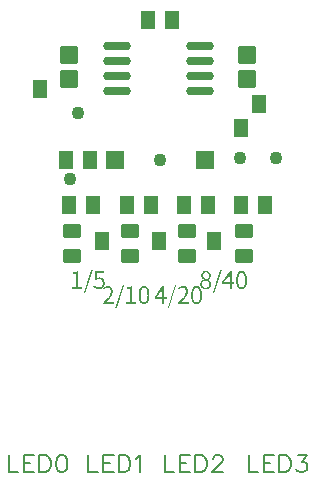
<source format=gts>
G04 Layer: TopSolderMaskLayer*
G04 EasyEDA v6.5.34, 2023-09-24 11:42:33*
G04 85920c42d4f548bdae791b01a5babccf,ed70181f279245e6aff80281ee7dc86a,10*
G04 Gerber Generator version 0.2*
G04 Scale: 100 percent, Rotated: No, Reflected: No *
G04 Dimensions in millimeters *
G04 leading zeros omitted , absolute positions ,4 integer and 5 decimal *
%FSLAX45Y45*%
%MOMM*%

%AMMACRO1*1,1,$1,$2,$3*1,1,$1,$4,$5*1,1,$1,0-$2,0-$3*1,1,$1,0-$4,0-$5*20,1,$1,$2,$3,$4,$5,0*20,1,$1,$4,$5,0-$2,0-$3,0*20,1,$1,0-$2,0-$3,0-$4,0-$5,0*20,1,$1,0-$4,0-$5,$2,$3,0*4,1,4,$2,$3,$4,$5,0-$2,0-$3,0-$4,0-$5,$2,$3,0*%
%ADD10C,0.2000*%
%ADD11MACRO1,0.1016X-0.5663X-0.6885X-0.5663X0.6885*%
%ADD12O,2.3516082000000003X0.7315962*%
%ADD13MACRO1,0.1016X0.5663X-0.6885X0.5663X0.6885*%
%ADD14MACRO1,0.1016X-0.675X0.705X0.675X0.705*%
%ADD15MACRO1,0.1016X-0.675X-0.705X0.675X-0.705*%
%ADD16MACRO1,0.1016X0.675X-0.705X-0.675X-0.705*%
%ADD17MACRO1,0.1016X0.675X0.705X-0.675X0.705*%
%ADD18MACRO1,0.1016X0.6985X0.508X0.6985X-0.508*%
%ADD19MACRO1,0.1016X-0.7X-0.75X-0.7X0.75*%
%ADD20C,1.1016*%
%ADD21C,0.0149*%

%LPD*%
G36*
X4431030Y4059936D02*
G01*
X4368292Y3862832D01*
X4380484Y3862832D01*
X4443222Y4059936D01*
G37*
G36*
X4309872Y4047744D02*
G01*
X4303623Y4044391D01*
X4296664Y4041597D01*
X4288739Y4039362D01*
X4279646Y4037584D01*
X4279646Y4026662D01*
X4305808Y4026662D01*
X4305808Y3912615D01*
X4272534Y3912615D01*
X4272534Y3898900D01*
X4352544Y3898900D01*
X4352544Y3912615D01*
X4322318Y3912615D01*
X4322318Y4047744D01*
G37*
G36*
X4468114Y4047744D02*
G01*
X4463288Y3978656D01*
X4472432Y3972814D01*
X4478629Y3976674D01*
X4484573Y3979468D01*
X4490770Y3981145D01*
X4497832Y3981704D01*
X4504740Y3981094D01*
X4510938Y3979316D01*
X4516374Y3976370D01*
X4520946Y3972356D01*
X4524603Y3967327D01*
X4527346Y3961333D01*
X4529023Y3954424D01*
X4529582Y3946651D01*
X4528921Y3938676D01*
X4526991Y3931513D01*
X4523994Y3925265D01*
X4519980Y3919982D01*
X4515104Y3915765D01*
X4509566Y3912666D01*
X4503420Y3910736D01*
X4496816Y3910076D01*
X4490567Y3910431D01*
X4484827Y3911498D01*
X4479645Y3913124D01*
X4474921Y3915206D01*
X4470654Y3917746D01*
X4466691Y3920591D01*
X4463084Y3923639D01*
X4459732Y3926840D01*
X4451350Y3915918D01*
X4455261Y3912209D01*
X4459630Y3908704D01*
X4464456Y3905351D01*
X4469892Y3902405D01*
X4475937Y3899915D01*
X4482642Y3898036D01*
X4490110Y3896817D01*
X4498340Y3896360D01*
X4504436Y3896715D01*
X4510430Y3897884D01*
X4516221Y3899712D01*
X4521758Y3902303D01*
X4526889Y3905605D01*
X4531563Y3909568D01*
X4535779Y3914241D01*
X4539386Y3919524D01*
X4542332Y3925519D01*
X4544517Y3932123D01*
X4545888Y3939336D01*
X4546346Y3947160D01*
X4545939Y3954983D01*
X4544771Y3962044D01*
X4542840Y3968394D01*
X4540250Y3974033D01*
X4537049Y3978960D01*
X4533239Y3983177D01*
X4528972Y3986733D01*
X4524248Y3989628D01*
X4519117Y3991864D01*
X4513630Y3993438D01*
X4507890Y3994353D01*
X4501896Y3994658D01*
X4495292Y3994200D01*
X4489348Y3992930D01*
X4483862Y3990898D01*
X4478528Y3988308D01*
X4482592Y4033520D01*
X4539234Y4033520D01*
X4539234Y4047744D01*
G37*
G36*
X4697577Y3932936D02*
G01*
X4634839Y3735832D01*
X4647031Y3735832D01*
X4709769Y3932936D01*
G37*
G36*
X4572355Y3923284D02*
G01*
X4565751Y3922877D01*
X4559604Y3921709D01*
X4553813Y3919829D01*
X4548428Y3917289D01*
X4543298Y3914140D01*
X4538421Y3910431D01*
X4533747Y3906164D01*
X4529175Y3901440D01*
X4538827Y3892296D01*
X4542180Y3895902D01*
X4545685Y3899204D01*
X4549394Y3902201D01*
X4553305Y3904792D01*
X4557369Y3906875D01*
X4561586Y3908501D01*
X4566005Y3909466D01*
X4570577Y3909822D01*
X4577334Y3909212D01*
X4583125Y3907485D01*
X4588002Y3904742D01*
X4591913Y3901033D01*
X4594961Y3896512D01*
X4597095Y3891279D01*
X4598365Y3885437D01*
X4598771Y3879087D01*
X4598619Y3875227D01*
X4598162Y3871264D01*
X4597349Y3867200D01*
X4596231Y3863086D01*
X4594758Y3858869D01*
X4592980Y3854602D01*
X4588306Y3845661D01*
X4585512Y3841089D01*
X4578756Y3831488D01*
X4570628Y3821429D01*
X4560976Y3810863D01*
X4549800Y3799687D01*
X4537151Y3787952D01*
X4530191Y3781806D01*
X4530191Y3771900D01*
X4622139Y3771900D01*
X4622139Y3786124D01*
X4573727Y3786022D01*
X4555083Y3784854D01*
X4565650Y3795014D01*
X4575403Y3805021D01*
X4584192Y3814775D01*
X4592015Y3824376D01*
X4598771Y3833876D01*
X4601768Y3838549D01*
X4606899Y3847846D01*
X4609033Y3852468D01*
X4612335Y3861663D01*
X4613503Y3866235D01*
X4614367Y3870756D01*
X4614875Y3875328D01*
X4615027Y3879850D01*
X4614722Y3886250D01*
X4613706Y3892245D01*
X4612081Y3897782D01*
X4609846Y3902862D01*
X4607001Y3907434D01*
X4603597Y3911447D01*
X4599686Y3914952D01*
X4595164Y3917899D01*
X4590186Y3920236D01*
X4584700Y3921912D01*
X4578756Y3922928D01*
G37*
G36*
X4879695Y3923284D02*
G01*
X4874615Y3922979D01*
X4869738Y3922115D01*
X4865116Y3920642D01*
X4860798Y3918610D01*
X4856734Y3915918D01*
X4852974Y3912666D01*
X4849520Y3908856D01*
X4846370Y3904386D01*
X4843576Y3899357D01*
X4841087Y3893667D01*
X4838954Y3887419D01*
X4837226Y3880510D01*
X4835804Y3873042D01*
X4834839Y3864914D01*
X4834178Y3856177D01*
X4833975Y3846829D01*
X4849977Y3846829D01*
X4850231Y3857193D01*
X4850942Y3866591D01*
X4852162Y3874973D01*
X4853736Y3882440D01*
X4855768Y3888994D01*
X4858207Y3894632D01*
X4860950Y3899306D01*
X4864100Y3903167D01*
X4867554Y3906062D01*
X4871364Y3908196D01*
X4875377Y3909415D01*
X4879695Y3909822D01*
X4883962Y3909415D01*
X4887976Y3908196D01*
X4891684Y3906062D01*
X4895088Y3903167D01*
X4898136Y3899306D01*
X4900879Y3894632D01*
X4903266Y3888994D01*
X4905248Y3882440D01*
X4906822Y3874973D01*
X4907991Y3866591D01*
X4908702Y3857193D01*
X4908905Y3846829D01*
X4908702Y3836263D01*
X4907991Y3826713D01*
X4906822Y3818128D01*
X4905248Y3810508D01*
X4903266Y3803853D01*
X4900879Y3798112D01*
X4898136Y3793337D01*
X4895088Y3789426D01*
X4891684Y3786378D01*
X4887976Y3784244D01*
X4883962Y3782974D01*
X4879695Y3782568D01*
X4875377Y3782974D01*
X4871364Y3784244D01*
X4867554Y3786378D01*
X4864100Y3789426D01*
X4860950Y3793337D01*
X4858207Y3798112D01*
X4855768Y3803853D01*
X4853736Y3810508D01*
X4852162Y3818128D01*
X4850942Y3826713D01*
X4850231Y3836263D01*
X4849977Y3846829D01*
X4833975Y3846829D01*
X4834178Y3837381D01*
X4834839Y3828542D01*
X4835804Y3820363D01*
X4837226Y3812743D01*
X4838954Y3805783D01*
X4841087Y3799433D01*
X4843576Y3793693D01*
X4846370Y3788562D01*
X4849520Y3784041D01*
X4852974Y3780129D01*
X4856734Y3776827D01*
X4860798Y3774135D01*
X4865116Y3772052D01*
X4869738Y3770528D01*
X4874615Y3769664D01*
X4879695Y3769360D01*
X4884826Y3769664D01*
X4889703Y3770528D01*
X4894275Y3772052D01*
X4898542Y3774135D01*
X4902606Y3776827D01*
X4906314Y3780129D01*
X4909718Y3784041D01*
X4912817Y3788562D01*
X4915560Y3793693D01*
X4917998Y3799433D01*
X4920081Y3805783D01*
X4921808Y3812743D01*
X4923129Y3820363D01*
X4924145Y3828542D01*
X4924704Y3837381D01*
X4924907Y3846829D01*
X4924704Y3856177D01*
X4924145Y3864914D01*
X4923129Y3873042D01*
X4921808Y3880510D01*
X4920081Y3887419D01*
X4917998Y3893667D01*
X4915560Y3899357D01*
X4912817Y3904386D01*
X4909718Y3908856D01*
X4906314Y3912666D01*
X4902606Y3915918D01*
X4898542Y3918610D01*
X4894275Y3920642D01*
X4889703Y3922115D01*
X4884826Y3922979D01*
G37*
G36*
X4767427Y3920744D02*
G01*
X4761331Y3917391D01*
X4754372Y3914597D01*
X4746447Y3912362D01*
X4737455Y3910584D01*
X4737455Y3899662D01*
X4763617Y3899662D01*
X4763617Y3785615D01*
X4730343Y3785615D01*
X4730343Y3771900D01*
X4810353Y3771900D01*
X4810353Y3785615D01*
X4780127Y3785615D01*
X4780127Y3920744D01*
G37*
G36*
X5141976Y3932936D02*
G01*
X5079238Y3735832D01*
X5091430Y3735832D01*
X5154168Y3932936D01*
G37*
G36*
X5208016Y3923284D02*
G01*
X5201310Y3922877D01*
X5195112Y3921709D01*
X5189321Y3919829D01*
X5183936Y3917289D01*
X5178856Y3914140D01*
X5173980Y3910431D01*
X5169357Y3906164D01*
X5164836Y3901440D01*
X5174488Y3892296D01*
X5177790Y3895902D01*
X5181346Y3899204D01*
X5185054Y3902201D01*
X5188915Y3904792D01*
X5192979Y3906875D01*
X5197246Y3908501D01*
X5201666Y3909466D01*
X5206238Y3909822D01*
X5212994Y3909212D01*
X5218785Y3907485D01*
X5223611Y3904742D01*
X5227574Y3901033D01*
X5230571Y3896512D01*
X5232755Y3891279D01*
X5234025Y3885437D01*
X5234432Y3879087D01*
X5234279Y3875227D01*
X5233771Y3871264D01*
X5232958Y3867200D01*
X5231841Y3863086D01*
X5230368Y3858869D01*
X5228590Y3854602D01*
X5226456Y3850182D01*
X5223967Y3845661D01*
X5217922Y3836365D01*
X5214416Y3831488D01*
X5206238Y3821429D01*
X5196586Y3810863D01*
X5185460Y3799687D01*
X5165852Y3781806D01*
X5165852Y3771900D01*
X5257800Y3771900D01*
X5257800Y3786124D01*
X5209286Y3786022D01*
X5190744Y3784854D01*
X5201259Y3795014D01*
X5210911Y3805021D01*
X5219700Y3814775D01*
X5227523Y3824376D01*
X5234330Y3833876D01*
X5237327Y3838549D01*
X5242458Y3847846D01*
X5244592Y3852468D01*
X5246420Y3857091D01*
X5247944Y3861663D01*
X5249113Y3866235D01*
X5249976Y3870756D01*
X5250484Y3875328D01*
X5250688Y3879850D01*
X5250332Y3886250D01*
X5249367Y3892245D01*
X5247741Y3897782D01*
X5245506Y3902862D01*
X5242661Y3907434D01*
X5239258Y3911447D01*
X5235295Y3914952D01*
X5230825Y3917899D01*
X5225796Y3920236D01*
X5220360Y3921912D01*
X5214416Y3922928D01*
G37*
G36*
X5324094Y3923284D02*
G01*
X5318963Y3922979D01*
X5314086Y3922115D01*
X5309514Y3920642D01*
X5305145Y3918610D01*
X5301081Y3915918D01*
X5297322Y3912666D01*
X5293868Y3908856D01*
X5290769Y3904386D01*
X5287924Y3899357D01*
X5285486Y3893667D01*
X5283352Y3887419D01*
X5281574Y3880510D01*
X5280202Y3873042D01*
X5279186Y3864914D01*
X5278577Y3856177D01*
X5278374Y3846829D01*
X5294376Y3846829D01*
X5294630Y3857193D01*
X5295341Y3866591D01*
X5296509Y3874973D01*
X5298135Y3882440D01*
X5300167Y3888994D01*
X5302554Y3894632D01*
X5305348Y3899306D01*
X5308498Y3903167D01*
X5311952Y3906062D01*
X5315712Y3908196D01*
X5319776Y3909415D01*
X5324094Y3909822D01*
X5328361Y3909415D01*
X5332323Y3908196D01*
X5336032Y3906062D01*
X5339435Y3903167D01*
X5342534Y3899306D01*
X5345277Y3894632D01*
X5347614Y3888994D01*
X5349595Y3882440D01*
X5351170Y3874973D01*
X5352338Y3866591D01*
X5353050Y3857193D01*
X5353304Y3846829D01*
X5353050Y3836263D01*
X5352338Y3826713D01*
X5351170Y3818128D01*
X5349595Y3810508D01*
X5347614Y3803853D01*
X5345277Y3798112D01*
X5342534Y3793337D01*
X5339435Y3789426D01*
X5336032Y3786378D01*
X5332323Y3784244D01*
X5328361Y3782974D01*
X5324094Y3782568D01*
X5319776Y3782974D01*
X5315712Y3784244D01*
X5311952Y3786378D01*
X5308498Y3789426D01*
X5305348Y3793337D01*
X5302554Y3798112D01*
X5300167Y3803853D01*
X5298135Y3810508D01*
X5296509Y3818128D01*
X5295341Y3826713D01*
X5294630Y3836263D01*
X5294376Y3846829D01*
X5278374Y3846829D01*
X5278577Y3837381D01*
X5279186Y3828542D01*
X5280202Y3820363D01*
X5281574Y3812743D01*
X5283352Y3805783D01*
X5285486Y3799433D01*
X5287924Y3793693D01*
X5290769Y3788562D01*
X5293868Y3784041D01*
X5297322Y3780129D01*
X5301081Y3776827D01*
X5305145Y3774135D01*
X5309514Y3772052D01*
X5314086Y3770528D01*
X5318963Y3769664D01*
X5324094Y3769360D01*
X5329174Y3769664D01*
X5334050Y3770528D01*
X5338622Y3772052D01*
X5342940Y3774135D01*
X5346954Y3776827D01*
X5350662Y3780129D01*
X5354066Y3784041D01*
X5357164Y3788562D01*
X5359908Y3793693D01*
X5362346Y3799433D01*
X5364429Y3805783D01*
X5366156Y3812743D01*
X5367528Y3820363D01*
X5368493Y3828542D01*
X5369102Y3837381D01*
X5369306Y3846829D01*
X5369102Y3856177D01*
X5368493Y3864914D01*
X5367528Y3873042D01*
X5366156Y3880510D01*
X5364429Y3887419D01*
X5362346Y3893667D01*
X5359908Y3899357D01*
X5357164Y3904386D01*
X5354066Y3908856D01*
X5350662Y3912666D01*
X5346954Y3915918D01*
X5342940Y3918610D01*
X5338622Y3920642D01*
X5334050Y3922115D01*
X5329174Y3922979D01*
G37*
G36*
X5032502Y3920744D02*
G01*
X4970753Y3826510D01*
X4987036Y3826510D01*
X5022850Y3879850D01*
X5034788Y3901440D01*
X5035804Y3901440D01*
X5034889Y3888130D01*
X5034534Y3875024D01*
X5034534Y3826510D01*
X4970753Y3826510D01*
X4969256Y3824224D01*
X4969256Y3813301D01*
X5034534Y3813301D01*
X5034534Y3771900D01*
X5050282Y3771900D01*
X5050282Y3813301D01*
X5070602Y3813301D01*
X5070602Y3826510D01*
X5050282Y3826510D01*
X5050282Y3920744D01*
G37*
G36*
X5523230Y4059936D02*
G01*
X5460492Y3862832D01*
X5472684Y3862832D01*
X5535422Y4059936D01*
G37*
G36*
X5705348Y4050284D02*
G01*
X5700217Y4049979D01*
X5695340Y4049115D01*
X5690768Y4047642D01*
X5686399Y4045610D01*
X5682386Y4042918D01*
X5678627Y4039666D01*
X5675172Y4035856D01*
X5672023Y4031386D01*
X5669178Y4026357D01*
X5666740Y4020667D01*
X5664606Y4014419D01*
X5662828Y4007510D01*
X5661456Y4000042D01*
X5660440Y3991914D01*
X5659831Y3983177D01*
X5659628Y3973829D01*
X5675630Y3973829D01*
X5675884Y3984193D01*
X5676595Y3993591D01*
X5677763Y4001973D01*
X5679389Y4009440D01*
X5681421Y4015994D01*
X5683808Y4021632D01*
X5686602Y4026306D01*
X5689752Y4030167D01*
X5693206Y4033062D01*
X5696966Y4035196D01*
X5701030Y4036415D01*
X5705348Y4036822D01*
X5709615Y4036415D01*
X5713577Y4035196D01*
X5717286Y4033062D01*
X5720689Y4030167D01*
X5723788Y4026306D01*
X5726531Y4021632D01*
X5728919Y4015994D01*
X5730900Y4009440D01*
X5732475Y4001973D01*
X5733592Y3993591D01*
X5734304Y3984193D01*
X5734558Y3973829D01*
X5734304Y3963263D01*
X5733592Y3953713D01*
X5732475Y3945128D01*
X5730900Y3937508D01*
X5728919Y3930853D01*
X5726531Y3925112D01*
X5723788Y3920337D01*
X5720689Y3916426D01*
X5717286Y3913378D01*
X5713577Y3911244D01*
X5709615Y3909974D01*
X5705348Y3909568D01*
X5701030Y3909974D01*
X5696966Y3911244D01*
X5693206Y3913378D01*
X5689752Y3916426D01*
X5686602Y3920337D01*
X5683808Y3925112D01*
X5681421Y3930853D01*
X5679389Y3937508D01*
X5677763Y3945128D01*
X5676595Y3953713D01*
X5675884Y3963263D01*
X5675630Y3973829D01*
X5659628Y3973829D01*
X5659831Y3964381D01*
X5660440Y3955542D01*
X5661456Y3947363D01*
X5662828Y3939743D01*
X5664606Y3932783D01*
X5666740Y3926433D01*
X5669178Y3920693D01*
X5672023Y3915562D01*
X5675172Y3911041D01*
X5678627Y3907129D01*
X5682386Y3903827D01*
X5686399Y3901135D01*
X5690768Y3899052D01*
X5695340Y3897528D01*
X5700217Y3896664D01*
X5705348Y3896360D01*
X5710478Y3896664D01*
X5715304Y3897528D01*
X5719876Y3899052D01*
X5724194Y3901135D01*
X5728208Y3903827D01*
X5731916Y3907129D01*
X5735320Y3911041D01*
X5738418Y3915562D01*
X5741212Y3920693D01*
X5743600Y3926433D01*
X5745683Y3932783D01*
X5747410Y3939743D01*
X5748782Y3947363D01*
X5749747Y3955542D01*
X5750356Y3964381D01*
X5750560Y3973829D01*
X5750356Y3983177D01*
X5749747Y3991914D01*
X5748782Y4000042D01*
X5747410Y4007510D01*
X5745683Y4014419D01*
X5743600Y4020667D01*
X5741212Y4026357D01*
X5738418Y4031386D01*
X5735320Y4035856D01*
X5731916Y4039666D01*
X5728208Y4042918D01*
X5724194Y4045610D01*
X5719876Y4047642D01*
X5715304Y4049115D01*
X5710478Y4049979D01*
G37*
G36*
X5403342Y4049776D02*
G01*
X5397804Y4049471D01*
X5392521Y4048556D01*
X5387594Y4047032D01*
X5382971Y4045000D01*
X5378704Y4042410D01*
X5374944Y4039362D01*
X5371592Y4035856D01*
X5368798Y4031843D01*
X5366512Y4027474D01*
X5364835Y4022750D01*
X5363819Y4017619D01*
X5363464Y4012184D01*
X5378704Y4012184D01*
X5379161Y4017568D01*
X5380532Y4022445D01*
X5382666Y4026712D01*
X5385562Y4030370D01*
X5389118Y4033316D01*
X5393283Y4035501D01*
X5397957Y4036872D01*
X5403088Y4037329D01*
X5409031Y4036771D01*
X5414264Y4035145D01*
X5418836Y4032605D01*
X5422595Y4029252D01*
X5425541Y4025137D01*
X5427726Y4020515D01*
X5429046Y4015384D01*
X5429504Y4009898D01*
X5428437Y4001465D01*
X5425287Y3993438D01*
X5420156Y3985920D01*
X5413248Y3978910D01*
X5406644Y3981551D01*
X5400344Y3984447D01*
X5394502Y3987647D01*
X5389321Y3991254D01*
X5384952Y3995420D01*
X5381599Y4000246D01*
X5379466Y4005783D01*
X5378704Y4012184D01*
X5363464Y4012184D01*
X5363870Y4006596D01*
X5365038Y4001363D01*
X5366918Y3996537D01*
X5369407Y3992118D01*
X5372404Y3988054D01*
X5375808Y3984396D01*
X5379516Y3981094D01*
X5383530Y3978148D01*
X5383530Y3977386D01*
X5378399Y3974337D01*
X5373420Y3970629D01*
X5368747Y3966362D01*
X5364530Y3961434D01*
X5360974Y3955948D01*
X5358231Y3949903D01*
X5356453Y3943197D01*
X5355929Y3937000D01*
X5370830Y3937000D01*
X5371236Y3942486D01*
X5372404Y3947668D01*
X5374335Y3952595D01*
X5376875Y3957218D01*
X5380024Y3961434D01*
X5383682Y3965346D01*
X5387848Y3968902D01*
X5392420Y3972051D01*
X5402935Y3967734D01*
X5412536Y3963162D01*
X5416905Y3960672D01*
X5420817Y3957980D01*
X5424322Y3955034D01*
X5427319Y3951782D01*
X5429758Y3948226D01*
X5431536Y3944264D01*
X5432653Y3939844D01*
X5433060Y3934968D01*
X5432501Y3929481D01*
X5430926Y3924401D01*
X5428335Y3919931D01*
X5424830Y3916070D01*
X5420512Y3912870D01*
X5415381Y3910533D01*
X5409539Y3909060D01*
X5403088Y3908551D01*
X5396433Y3909110D01*
X5390337Y3910736D01*
X5384850Y3913276D01*
X5380075Y3916679D01*
X5376214Y3920845D01*
X5373319Y3925722D01*
X5371490Y3931107D01*
X5370830Y3937000D01*
X5355929Y3937000D01*
X5355844Y3935984D01*
X5356250Y3930345D01*
X5357418Y3925011D01*
X5359349Y3920032D01*
X5361990Y3915460D01*
X5365292Y3911244D01*
X5369204Y3907485D01*
X5373624Y3904234D01*
X5378653Y3901490D01*
X5384139Y3899306D01*
X5390083Y3897680D01*
X5396382Y3896715D01*
X5403088Y3896360D01*
X5409742Y3896715D01*
X5415991Y3897680D01*
X5421782Y3899306D01*
X5427116Y3901490D01*
X5431942Y3904234D01*
X5436260Y3907434D01*
X5439968Y3911041D01*
X5443067Y3915105D01*
X5445506Y3919524D01*
X5447334Y3924249D01*
X5448452Y3929227D01*
X5448808Y3934460D01*
X5448249Y3941673D01*
X5446725Y3948074D01*
X5444286Y3953764D01*
X5441086Y3958793D01*
X5437327Y3963212D01*
X5433060Y3967124D01*
X5428437Y3970528D01*
X5423662Y3973576D01*
X5423662Y3974592D01*
X5427065Y3977487D01*
X5430570Y3980891D01*
X5433923Y3984853D01*
X5437022Y3989273D01*
X5439714Y3994150D01*
X5441848Y3999331D01*
X5443220Y4004868D01*
X5443728Y4010660D01*
X5443423Y4016248D01*
X5442458Y4021480D01*
X5440934Y4026408D01*
X5438851Y4030979D01*
X5436158Y4035094D01*
X5432958Y4038803D01*
X5429250Y4042003D01*
X5424982Y4044696D01*
X5420258Y4046880D01*
X5415076Y4048455D01*
X5409438Y4049420D01*
G37*
G36*
X5605018Y4047744D02*
G01*
X5543269Y3953510D01*
X5559552Y3953510D01*
X5595366Y4006850D01*
X5607304Y4028440D01*
X5608320Y4028440D01*
X5607405Y4015130D01*
X5607050Y4002024D01*
X5607050Y3953510D01*
X5543269Y3953510D01*
X5541772Y3951224D01*
X5541772Y3940301D01*
X5607050Y3940301D01*
X5607050Y3898900D01*
X5622544Y3898900D01*
X5622544Y3940301D01*
X5642864Y3940301D01*
X5642864Y3953510D01*
X5622544Y3953510D01*
X5622544Y4047744D01*
G37*
D10*
X3733800Y2488184D02*
G01*
X3733800Y2344928D01*
X3733800Y2344928D02*
G01*
X3815588Y2344928D01*
X3860545Y2488184D02*
G01*
X3860545Y2344928D01*
X3860545Y2488184D02*
G01*
X3949191Y2488184D01*
X3860545Y2419857D02*
G01*
X3915156Y2419857D01*
X3860545Y2344928D02*
G01*
X3949191Y2344928D01*
X3994150Y2488184D02*
G01*
X3994150Y2344928D01*
X3994150Y2488184D02*
G01*
X4041902Y2488184D01*
X4062475Y2481326D01*
X4076191Y2467610D01*
X4082795Y2454147D01*
X4089654Y2433573D01*
X4089654Y2399537D01*
X4082795Y2378963D01*
X4076191Y2365502D01*
X4062475Y2351786D01*
X4041902Y2344928D01*
X3994150Y2344928D01*
X4175506Y2488184D02*
G01*
X4155186Y2481326D01*
X4141470Y2461005D01*
X4134611Y2426715D01*
X4134611Y2406395D01*
X4141470Y2372360D01*
X4155186Y2351786D01*
X4175506Y2344928D01*
X4189222Y2344928D01*
X4209795Y2351786D01*
X4223258Y2372360D01*
X4230115Y2406395D01*
X4230115Y2426715D01*
X4223258Y2461005D01*
X4209795Y2481326D01*
X4189222Y2488184D01*
X4175506Y2488184D01*
X4406900Y2488184D02*
G01*
X4406900Y2344928D01*
X4406900Y2344928D02*
G01*
X4488688Y2344928D01*
X4533645Y2488184D02*
G01*
X4533645Y2344928D01*
X4533645Y2488184D02*
G01*
X4622291Y2488184D01*
X4533645Y2419857D02*
G01*
X4588256Y2419857D01*
X4533645Y2344928D02*
G01*
X4622291Y2344928D01*
X4667250Y2488184D02*
G01*
X4667250Y2344928D01*
X4667250Y2488184D02*
G01*
X4715002Y2488184D01*
X4735575Y2481326D01*
X4749291Y2467610D01*
X4755895Y2454147D01*
X4762754Y2433573D01*
X4762754Y2399537D01*
X4755895Y2378963D01*
X4749291Y2365502D01*
X4735575Y2351786D01*
X4715002Y2344928D01*
X4667250Y2344928D01*
X4807711Y2461005D02*
G01*
X4821427Y2467610D01*
X4842002Y2488184D01*
X4842002Y2344928D01*
X5054600Y2488184D02*
G01*
X5054600Y2344928D01*
X5054600Y2344928D02*
G01*
X5136388Y2344928D01*
X5181345Y2488184D02*
G01*
X5181345Y2344928D01*
X5181345Y2488184D02*
G01*
X5269991Y2488184D01*
X5181345Y2419857D02*
G01*
X5235956Y2419857D01*
X5181345Y2344928D02*
G01*
X5269991Y2344928D01*
X5314950Y2488184D02*
G01*
X5314950Y2344928D01*
X5314950Y2488184D02*
G01*
X5362702Y2488184D01*
X5383275Y2481326D01*
X5396991Y2467610D01*
X5403595Y2454147D01*
X5410454Y2433573D01*
X5410454Y2399537D01*
X5403595Y2378963D01*
X5396991Y2365502D01*
X5383275Y2351786D01*
X5362702Y2344928D01*
X5314950Y2344928D01*
X5462270Y2454147D02*
G01*
X5462270Y2461005D01*
X5469127Y2474468D01*
X5475986Y2481326D01*
X5489702Y2488184D01*
X5516879Y2488184D01*
X5530595Y2481326D01*
X5537200Y2474468D01*
X5544058Y2461005D01*
X5544058Y2447289D01*
X5537200Y2433573D01*
X5523738Y2413254D01*
X5455411Y2344928D01*
X5550915Y2344928D01*
X5765800Y2488184D02*
G01*
X5765800Y2344928D01*
X5765800Y2344928D02*
G01*
X5847588Y2344928D01*
X5892545Y2488184D02*
G01*
X5892545Y2344928D01*
X5892545Y2488184D02*
G01*
X5981191Y2488184D01*
X5892545Y2419857D02*
G01*
X5947156Y2419857D01*
X5892545Y2344928D02*
G01*
X5981191Y2344928D01*
X6026150Y2488184D02*
G01*
X6026150Y2344928D01*
X6026150Y2488184D02*
G01*
X6073902Y2488184D01*
X6094475Y2481326D01*
X6108191Y2467610D01*
X6114795Y2454147D01*
X6121654Y2433573D01*
X6121654Y2399537D01*
X6114795Y2378963D01*
X6108191Y2365502D01*
X6094475Y2351786D01*
X6073902Y2344928D01*
X6026150Y2344928D01*
X6180327Y2488184D02*
G01*
X6255258Y2488184D01*
X6214363Y2433573D01*
X6234938Y2433573D01*
X6248400Y2426715D01*
X6255258Y2419857D01*
X6262115Y2399537D01*
X6262115Y2385821D01*
X6255258Y2365502D01*
X6241795Y2351786D01*
X6221222Y2344928D01*
X6200902Y2344928D01*
X6180327Y2351786D01*
X6173470Y2358644D01*
X6166611Y2372360D01*
D11*
G01*
X4000505Y5588000D03*
G01*
X5854705Y5461000D03*
G01*
X5702305Y5257800D03*
G01*
X4521205Y4305300D03*
G01*
X5003805Y4305300D03*
G01*
X5473705Y4305300D03*
D12*
G01*
X4650790Y5956300D03*
G01*
X4650790Y5829300D03*
G01*
X4650790Y5702300D03*
G01*
X4650790Y5575300D03*
G01*
X5356809Y5956300D03*
G01*
X5356809Y5829300D03*
G01*
X5356809Y5702300D03*
G01*
X5356809Y5575300D03*
D11*
G01*
X4418004Y4991100D03*
D13*
G01*
X4217995Y4991100D03*
D11*
G01*
X5116504Y6172200D03*
D13*
G01*
X4916495Y6172200D03*
D14*
G01*
X5753100Y5678497D03*
D15*
G01*
X5753100Y5878502D03*
D16*
G01*
X4241800Y5878502D03*
D17*
G01*
X4241800Y5678497D03*
D11*
G01*
X5903904Y4610100D03*
D13*
G01*
X5703895Y4610100D03*
D11*
G01*
X5421304Y4610100D03*
D13*
G01*
X5221295Y4610100D03*
D11*
G01*
X4938704Y4610100D03*
D13*
G01*
X4738695Y4610100D03*
D11*
G01*
X4443404Y4610100D03*
D13*
G01*
X4243395Y4610100D03*
D18*
G01*
X4267225Y4386554D03*
G01*
X4267225Y4173194D03*
G01*
X4762525Y4386554D03*
G01*
X4762525Y4173194D03*
G01*
X5245125Y4386554D03*
G01*
X5245125Y4173194D03*
G01*
X5727725Y4386554D03*
G01*
X5727725Y4173194D03*
D19*
G01*
X4636508Y4991096D03*
G01*
X5396494Y4991096D03*
D20*
G01*
X5689600Y5003800D03*
G01*
X5994400Y5003800D03*
G01*
X4254500Y4826000D03*
G01*
X5016500Y4991100D03*
G01*
X4318000Y5384800D03*
M02*

</source>
